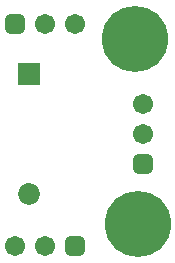
<source format=gbs>
G04*
G04 #@! TF.GenerationSoftware,Altium Limited,Altium Designer,24.7.2 (38)*
G04*
G04 Layer_Color=16711935*
%FSAX44Y44*%
%MOMM*%
G71*
G04*
G04 #@! TF.SameCoordinates,93A25BCA-29EF-4DAC-9895-B02BB0167CD6*
G04*
G04*
G04 #@! TF.FilePolarity,Negative*
G04*
G01*
G75*
%ADD20C,1.8500*%
%ADD21R,1.8500X1.8500*%
%ADD22C,5.6032*%
%ADD23C,1.7032*%
G04:AMPARAMS|DCode=24|XSize=1.7032mm|YSize=1.7032mm|CornerRadius=0.4766mm|HoleSize=0mm|Usage=FLASHONLY|Rotation=180.000|XOffset=0mm|YOffset=0mm|HoleType=Round|Shape=RoundedRectangle|*
%AMROUNDEDRECTD24*
21,1,1.7032,0.7500,0,0,180.0*
21,1,0.7500,1.7032,0,0,180.0*
1,1,0.9532,-0.3750,0.3750*
1,1,0.9532,0.3750,0.3750*
1,1,0.9532,0.3750,-0.3750*
1,1,0.9532,-0.3750,-0.3750*
%
%ADD24ROUNDEDRECTD24*%
G04:AMPARAMS|DCode=25|XSize=1.7032mm|YSize=1.7032mm|CornerRadius=0.4766mm|HoleSize=0mm|Usage=FLASHONLY|Rotation=270.000|XOffset=0mm|YOffset=0mm|HoleType=Round|Shape=RoundedRectangle|*
%AMROUNDEDRECTD25*
21,1,1.7032,0.7500,0,0,270.0*
21,1,0.7500,1.7032,0,0,270.0*
1,1,0.9532,-0.3750,-0.3750*
1,1,0.9532,-0.3750,0.3750*
1,1,0.9532,0.3750,0.3750*
1,1,0.9532,0.3750,-0.3750*
%
%ADD25ROUNDEDRECTD25*%
D20*
X00810260Y00203200D02*
D03*
D21*
X00810260Y00304800D02*
D03*
D22*
X00902970Y00177800D02*
D03*
X00900430Y00334010D02*
D03*
D23*
X00798830Y00159210D02*
D03*
X00824230Y00159210D02*
D03*
X00906780Y00254000D02*
D03*
X00906780Y00279400D02*
D03*
X00849630Y00346710D02*
D03*
X00824230Y00346710D02*
D03*
D24*
X00798830Y00346710D02*
D03*
X00849630Y00159210D02*
D03*
D25*
X00906780Y00228600D02*
D03*
M02*

</source>
